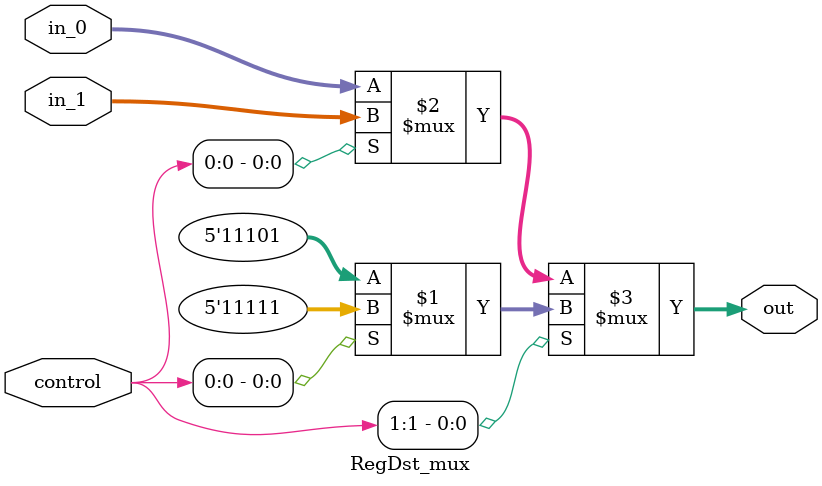
<source format=v>
module RegDst_mux (
    input wire [1:0] control,
    
    input wire[4:0] in_0, // instrução (rt) - 00
    input wire[4:0] in_1, // instrução (rd) - 01

    
    output wire[4:0] out
);

assign out = (control[1]? (control[0] ? 5'd31 : 5'd29) : (control[0] ? in_1 : in_0));
    
endmodule

</source>
